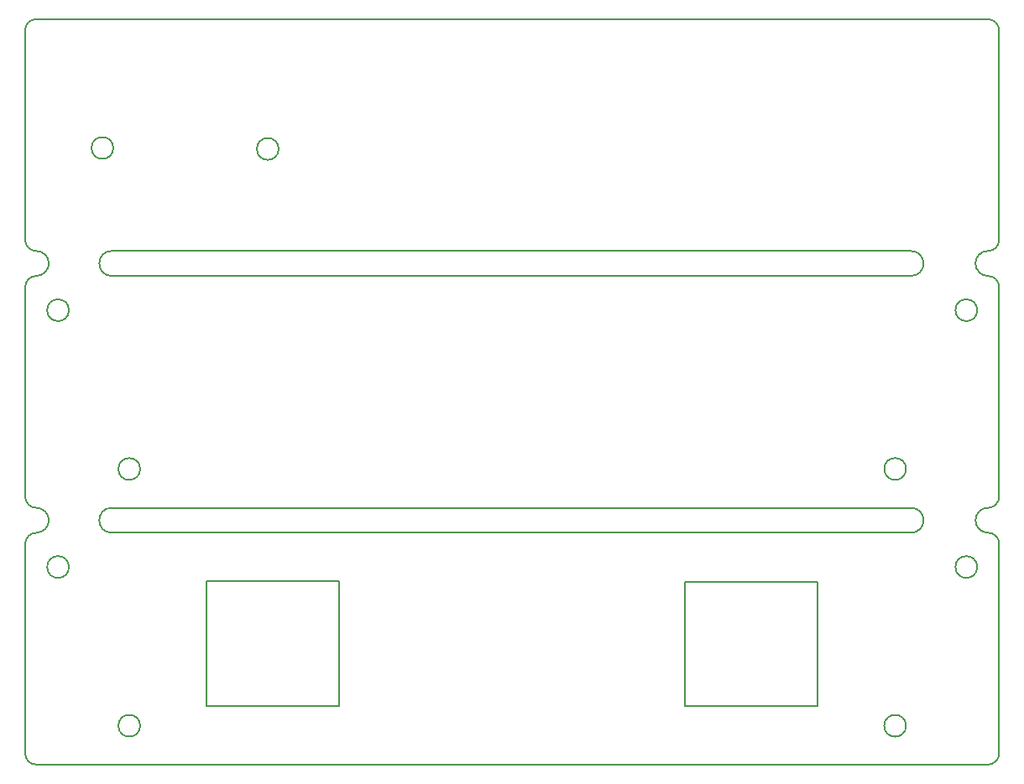
<source format=gbr>
G04 #@! TF.GenerationSoftware,KiCad,Pcbnew,(5.1.6-0-10_14)*
G04 #@! TF.CreationDate,2022-09-03T11:37:22+09:00*
G04 #@! TF.ProjectId,cool640xiao,636f6f6c-3634-4307-9869-616f2e6b6963,rev?*
G04 #@! TF.SameCoordinates,Original*
G04 #@! TF.FileFunction,Profile,NP*
%FSLAX46Y46*%
G04 Gerber Fmt 4.6, Leading zero omitted, Abs format (unit mm)*
G04 Created by KiCad (PCBNEW (5.1.6-0-10_14)) date 2022-09-03 11:37:22*
%MOMM*%
%LPD*%
G01*
G04 APERTURE LIST*
G04 #@! TA.AperFunction,Profile*
%ADD10C,0.150000*%
G04 #@! TD*
G04 APERTURE END LIST*
D10*
X179780000Y-32350000D02*
X166380000Y-32350000D01*
X166380000Y-32350000D02*
X166380000Y-19770000D01*
X166380000Y-19770000D02*
X179780000Y-19770000D01*
X179780000Y-19770000D02*
X179780000Y-32350000D01*
X237430000Y-12330000D02*
G75*
G02*
X237440001Y-14850041I10115J-1260000D01*
G01*
X236930000Y-34340000D02*
G75*
G03*
X236930000Y-34340000I-1100000J0D01*
G01*
X245200000Y-14850000D02*
G75*
G02*
X245200000Y-12330000I-10000J1260000D01*
G01*
X152490000Y-18310000D02*
G75*
G03*
X152490000Y-18310000I-1100000J0D01*
G01*
X159670000Y-34340000D02*
G75*
G03*
X159670000Y-34340000I-1100000J0D01*
G01*
X246320000Y-37140000D02*
G75*
G02*
X245200000Y-38260000I-1120000J0D01*
G01*
X149200000Y-38260000D02*
G75*
G02*
X148080000Y-37140000I0J1120000D01*
G01*
X246320000Y-15970000D02*
X246320000Y-37140000D01*
X237440001Y-14850041D02*
X156810000Y-14850000D01*
X148080000Y-15970000D02*
X148080000Y-37140000D01*
X149200000Y-38260000D02*
X245200000Y-38260000D01*
X245200000Y-14850000D02*
G75*
G02*
X246320000Y-15970000I0J-1120000D01*
G01*
X156810000Y-12330000D02*
X237430000Y-12330000D01*
X148080000Y-15970000D02*
G75*
G02*
X149200000Y-14850000I1120000J0D01*
G01*
X149200000Y-12330000D02*
G75*
G02*
X149200000Y-14850082I114J-1260041D01*
G01*
X214630000Y-19780000D02*
X228030000Y-19780000D01*
X228030000Y-19780000D02*
X228030000Y-32370000D01*
X228030000Y-32370000D02*
X214630000Y-32360000D01*
X214630000Y-32360000D02*
X214630000Y-19780000D01*
X244110000Y-18310000D02*
G75*
G03*
X244110000Y-18310000I-1100000J0D01*
G01*
X156810000Y-14850000D02*
G75*
G02*
X156810000Y-12330000I0J1260000D01*
G01*
X237430000Y13600000D02*
G75*
G02*
X237440001Y11079959I10115J-1260000D01*
G01*
X245200000Y11080040D02*
G75*
G02*
X245190000Y13600000I-10000J1259960D01*
G01*
X156810000Y11080000D02*
G75*
G02*
X156810000Y13600000I0J1260000D01*
G01*
X149189999Y13600041D02*
G75*
G02*
X149200000Y11080000I10115J-1260000D01*
G01*
X152490000Y7620000D02*
G75*
G03*
X152490000Y7620000I-1100000J0D01*
G01*
X236930000Y-8410000D02*
G75*
G03*
X236930000Y-8410000I-1100000J0D01*
G01*
X244110000Y7620000D02*
G75*
G03*
X244110000Y7620000I-1100000J0D01*
G01*
X159670000Y-8410000D02*
G75*
G03*
X159670000Y-8410000I-1100000J0D01*
G01*
X246310000Y14720000D02*
G75*
G02*
X245190000Y13600000I-1120000J0D01*
G01*
X149190000Y13600000D02*
G75*
G02*
X148070000Y14720000I0J1120000D01*
G01*
X173640000Y23900000D02*
G75*
G03*
X173640000Y23900000I-1100000J0D01*
G01*
X246310000Y35890000D02*
X246310000Y14720000D01*
X156960000Y24000000D02*
G75*
G03*
X156960000Y24000000I-1100000J0D01*
G01*
X245190000Y37010000D02*
X149190000Y37010000D01*
X148070000Y35890000D02*
X148070000Y14720000D01*
X156810000Y13600000D02*
X237430000Y13600000D01*
X245190000Y37010000D02*
G75*
G02*
X246310000Y35890000I0J-1120000D01*
G01*
X148070000Y35890000D02*
G75*
G02*
X149190000Y37010000I1120000J0D01*
G01*
X246320000Y-11210000D02*
G75*
G02*
X245200000Y-12330000I-1120000J0D01*
G01*
X149200000Y-12330000D02*
G75*
G02*
X148080000Y-11210000I0J1120000D01*
G01*
X246320000Y9960000D02*
X246320000Y-11210000D01*
X237440001Y11079959D02*
X156810000Y11080000D01*
X148080000Y9960000D02*
X148080000Y-11210000D01*
X148080000Y9960000D02*
G75*
G02*
X149200000Y11080000I1120000J0D01*
G01*
X245200000Y11080000D02*
G75*
G02*
X246320000Y9960000I0J-1120000D01*
G01*
M02*

</source>
